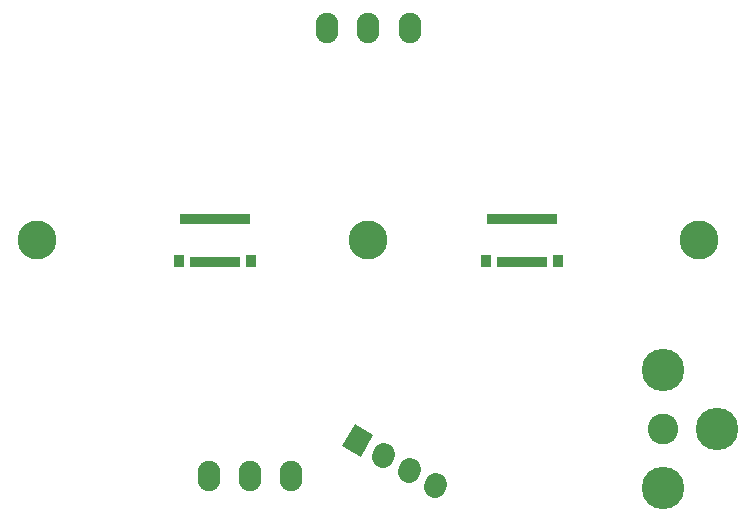
<source format=gbs>
G04 #@! TF.FileFunction,Soldermask,Bot*
%FSLAX46Y46*%
G04 Gerber Fmt 4.6, Leading zero omitted, Abs format (unit mm)*
G04 Created by KiCad (PCBNEW 4.0.4+e1-6308~48~ubuntu14.04.1-stable) date Sun Nov 27 15:14:10 2016*
%MOMM*%
%LPD*%
G01*
G04 APERTURE LIST*
%ADD10C,0.100000*%
%ADD11O,1.900000X2.600000*%
%ADD12R,5.910000X0.940000*%
%ADD13R,4.340000X0.940000*%
%ADD14R,0.940000X1.090000*%
%ADD15C,3.300000*%
%ADD16C,1.827200*%
%ADD17C,3.600000*%
%ADD18C,2.600000*%
G04 APERTURE END LIST*
D10*
D11*
X145500000Y-92000000D03*
X149000000Y-92000000D03*
X152500000Y-92000000D03*
X162500000Y-54000000D03*
X159000000Y-54000000D03*
X155500000Y-54000000D03*
D12*
X146000000Y-70200000D03*
D13*
X146000000Y-73800000D03*
D14*
X149040000Y-73720000D03*
X142960000Y-73720000D03*
D12*
X172000000Y-70200000D03*
D13*
X172000000Y-73800000D03*
D14*
X175040000Y-73720000D03*
X168960000Y-73720000D03*
D15*
X187000000Y-72000000D03*
X159000000Y-72000000D03*
X131000000Y-72000000D03*
D10*
G36*
X158358792Y-90339983D02*
X156776390Y-89426383D01*
X157842390Y-87580017D01*
X159424792Y-88493617D01*
X158358792Y-90339983D01*
X158358792Y-90339983D01*
G37*
D16*
X160224096Y-90361982D02*
X160376496Y-90098018D01*
X162423800Y-91631982D02*
X162576200Y-91368018D01*
X164623505Y-92901982D02*
X164775905Y-92638018D01*
D17*
X188500000Y-88000000D03*
X184000000Y-93000000D03*
X184000000Y-83000000D03*
D18*
X184000000Y-88000000D03*
M02*

</source>
